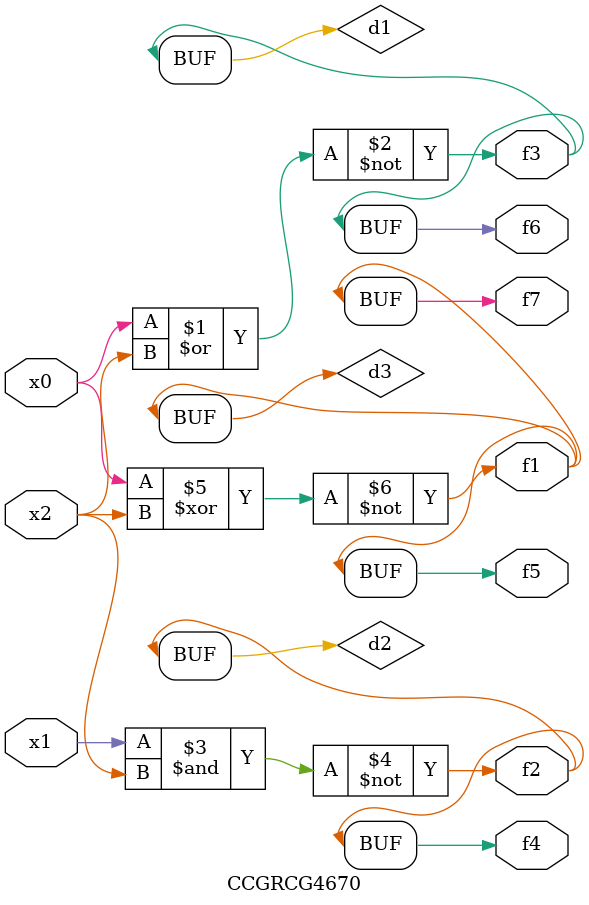
<source format=v>
module CCGRCG4670(
	input x0, x1, x2,
	output f1, f2, f3, f4, f5, f6, f7
);

	wire d1, d2, d3;

	nor (d1, x0, x2);
	nand (d2, x1, x2);
	xnor (d3, x0, x2);
	assign f1 = d3;
	assign f2 = d2;
	assign f3 = d1;
	assign f4 = d2;
	assign f5 = d3;
	assign f6 = d1;
	assign f7 = d3;
endmodule

</source>
